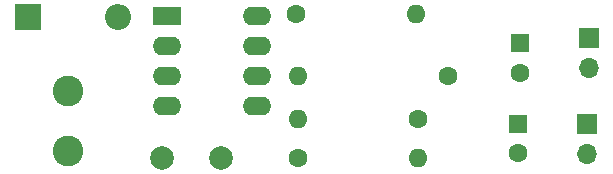
<source format=gbs>
%TF.GenerationSoftware,KiCad,Pcbnew,8.0.8*%
%TF.CreationDate,2025-06-29T12:47:59+09:00*%
%TF.ProjectId,NJM2374A_Boost,4e4a4d32-3337-4344-915f-426f6f73742e,rev?*%
%TF.SameCoordinates,Original*%
%TF.FileFunction,Soldermask,Bot*%
%TF.FilePolarity,Negative*%
%FSLAX46Y46*%
G04 Gerber Fmt 4.6, Leading zero omitted, Abs format (unit mm)*
G04 Created by KiCad (PCBNEW 8.0.8) date 2025-06-29 12:47:59*
%MOMM*%
%LPD*%
G01*
G04 APERTURE LIST*
%ADD10C,2.600000*%
%ADD11C,1.600000*%
%ADD12O,1.600000X1.600000*%
%ADD13R,2.200000X2.200000*%
%ADD14O,2.200000X2.200000*%
%ADD15R,1.600000X1.600000*%
%ADD16R,1.700000X1.700000*%
%ADD17O,1.700000X1.700000*%
%ADD18C,2.000000*%
%ADD19R,2.400000X1.600000*%
%ADD20O,2.400000X1.600000*%
G04 APERTURE END LIST*
D10*
%TO.C,L1*%
X92202000Y-93980000D03*
X92202000Y-88980000D03*
%TD*%
D11*
%TO.C,R3*%
X111506000Y-82423000D03*
D12*
X121666000Y-82423000D03*
%TD*%
D13*
%TO.C,D2*%
X88773000Y-82677000D03*
D14*
X96393000Y-82677000D03*
%TD*%
D15*
%TO.C,C3*%
X130429000Y-84876000D03*
D11*
X130429000Y-87376000D03*
%TD*%
D15*
%TO.C,C2*%
X130302000Y-91694000D03*
D11*
X130302000Y-94194000D03*
%TD*%
D16*
%TO.C,J1*%
X136271000Y-84450000D03*
D17*
X136271000Y-86990000D03*
%TD*%
D11*
%TO.C,R1*%
X111633000Y-94615000D03*
D12*
X121793000Y-94615000D03*
%TD*%
D11*
%TO.C,R4*%
X124333000Y-87630000D03*
D12*
X111633000Y-87630000D03*
%TD*%
D18*
%TO.C,C1*%
X105116000Y-94615000D03*
X100116000Y-94615000D03*
%TD*%
D19*
%TO.C,PS1*%
X100569000Y-82560000D03*
D20*
X100569000Y-85100000D03*
X100569000Y-87640000D03*
X100569000Y-90180000D03*
X108189000Y-90180000D03*
X108189000Y-87640000D03*
X108189000Y-85100000D03*
X108189000Y-82560000D03*
%TD*%
D11*
%TO.C,R2*%
X121793000Y-91313000D03*
D12*
X111633000Y-91313000D03*
%TD*%
D16*
%TO.C,J2*%
X136144000Y-91694000D03*
D17*
X136144000Y-94234000D03*
%TD*%
M02*

</source>
